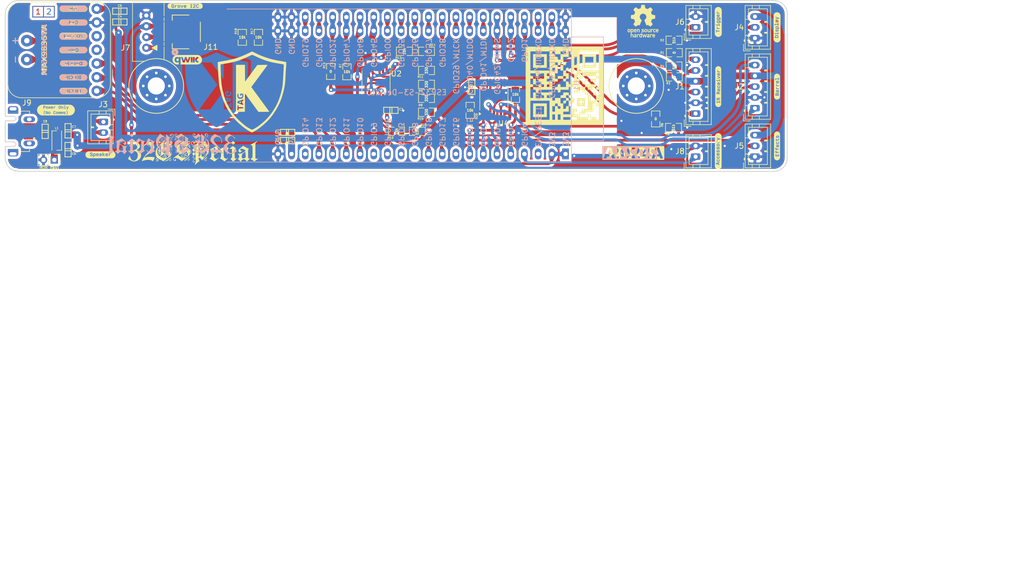
<source format=kicad_pcb>
(kicad_pcb
	(version 20241229)
	(generator "pcbnew")
	(generator_version "9.0")
	(general
		(thickness 1.6)
		(legacy_teardrops no)
	)
	(paper "USLetter")
	(title_block
		(title "KTag 2024A \"32ESPecial\"")
		(date "2025-01-25")
		(rev "2")
		(company "Club K")
		(comment 1 "Dubuque               Iowa               United States of America")
		(comment 2 "Copyright © 2024-2025 Joseph P. Kearney and the KTag developers. ")
		(comment 3 "License: CERN-OHL-S-2.0")
	)
	(layers
		(0 "F.Cu" signal)
		(2 "B.Cu" signal)
		(9 "F.Adhes" user "F.Adhesive")
		(11 "B.Adhes" user "B.Adhesive")
		(13 "F.Paste" user)
		(15 "B.Paste" user)
		(5 "F.SilkS" user "F.Silkscreen")
		(7 "B.SilkS" user "B.Silkscreen")
		(1 "F.Mask" user)
		(3 "B.Mask" user)
		(17 "Dwgs.User" user "User.Drawings")
		(19 "Cmts.User" user "User.Comments")
		(21 "Eco1.User" user "User.Eco1")
		(23 "Eco2.User" user "User.Eco2")
		(25 "Edge.Cuts" user)
		(27 "Margin" user)
		(31 "F.CrtYd" user "F.Courtyard")
		(29 "B.CrtYd" user "B.Courtyard")
		(35 "F.Fab" user)
		(33 "B.Fab" user)
	)
	(setup
		(stackup
			(layer "F.SilkS"
				(type "Top Silk Screen")
				(color "White")
			)
			(layer "F.Paste"
				(type "Top Solder Paste")
			)
			(layer "F.Mask"
				(type "Top Solder Mask")
				(color "#333333DD")
				(thickness 0.01)
			)
			(layer "F.Cu"
				(type "copper")
				(thickness 0.035)
			)
			(layer "dielectric 1"
				(type "core")
				(color "FR4 natural")
				(thickness 1.51)
				(material "FR4")
				(epsilon_r 4.5)
				(loss_tangent 0.02)
			)
			(layer "B.Cu"
				(type "copper")
				(thickness 0.035)
			)
			(layer "B.Mask"
				(type "Bottom Solder Mask")
				(color "#333333DD")
				(thickness 0.01)
			)
			(layer "B.Paste"
				(type "Bottom Solder Paste")
			)
			(layer "B.SilkS"
				(type "Bottom Silk Screen")
				(color "White")
			)
			(copper_finish "HAL SnPb")
			(dielectric_constraints no)
		)
		(pad_to_mask_clearance 0)
		(allow_soldermask_bridges_in_footprints no)
		(tenting front back)
		(pcbplotparams
			(layerselection 0x00000000_00000000_55555555_5755f5ff)
			(plot_on_all_layers_selection 0x00000000_00000000_00000000_00000000)
			(disableapertmacros no)
			(usegerberextensions no)
			(usegerberattributes yes)
			(usegerberadvancedattributes yes)
			(creategerberjobfile yes)
			(dashed_line_dash_ratio 12.000000)
			(dashed_line_gap_ratio 3.000000)
			(svgprecision 4)
			(plotframeref no)
			(mode 1)
			(useauxorigin no)
			(hpglpennumber 1)
			(hpglpenspeed 20)
			(hpglpendiameter 15.000000)
			(pdf_front_fp_property_popups yes)
			(pdf_back_fp_property_popups yes)
			(pdf_metadata yes)
			(pdf_single_document no)
			(dxfpolygonmode yes)
			(dxfimperialunits yes)
			(dxfusepcbnewfont yes)
			(psnegative no)
			(psa4output no)
			(plot_black_and_white yes)
			(plotinvisibletext no)
			(sketchpadsonfab no)
			(plotpadnumbers no)
			(hidednponfab no)
			(sketchdnponfab yes)
			(crossoutdnponfab yes)
			(subtractmaskfromsilk no)
			(outputformat 1)
			(mirror no)
			(drillshape 1)
			(scaleselection 1)
			(outputdirectory "")
		)
	)
	(net 0 "")
	(net 1 "unconnected-(U1-GPIO8{slash}ADC1_CH7-Pad12)")
	(net 2 "unconnected-(U1-CHIP_PU-Pad3)")
	(net 3 "Net-(J2-Pin_5)")
	(net 4 "unconnected-(U1-GPIO16{slash}ADC2_CH5{slash}32K_N-Pad9)")
	(net 5 "unconnected-(U1-GPIO9{slash}ADC1_CH8-Pad15)")
	(net 6 "unconnected-(U1-GPIO3{slash}ADC1_CH2-Pad13)")
	(net 7 "unconnected-(U1-GPIO46-Pad14)")
	(net 8 "unconnected-(U1-GPIO0-Pad31)")
	(net 9 "unconnected-(U1-GPIO14{slash}ADC2_CH3-Pad20)")
	(net 10 "GND")
	(net 11 "+5V")
	(net 12 "Net-(J1-Pin_1)")
	(net 13 "Net-(J1-Pin_3)")
	(net 14 "unconnected-(U1-GPIO19{slash}USB_D--Pad25)")
	(net 15 "unconnected-(U1-GPIO20{slash}USB_D+-Pad26)")
	(net 16 "Net-(J1-Pin_5)")
	(net 17 "unconnected-(U1-GPIO35-Pad32)")
	(net 18 "unconnected-(U1-GPIO36-Pad33)")
	(net 19 "unconnected-(U1-GPIO37-Pad34)")
	(net 20 "Net-(J1-Pin_6)")
	(net 21 "unconnected-(U1-GPIO39{slash}MTCK-Pad36)")
	(net 22 "unconnected-(U1-GPIO41{slash}MTDI-Pad38)")
	(net 23 "unconnected-(U1-GPIO44{slash}U0RXD-Pad42)")
	(net 24 "unconnected-(U1-GPIO43{slash}U0TXD-Pad43)")
	(net 25 "Net-(J2-Pin_1)")
	(net 26 "Net-(J2-Pin_3)")
	(net 27 "~{IR_Tx_Left_Enable}")
	(net 28 "/User Interface/Speaker+")
	(net 29 "Net-(J5-Pin_2)")
	(net 30 "/User Interface/Speaker-")
	(net 31 "Trigger")
	(net 32 "SCL")
	(net 33 "SDA")
	(net 34 "+3V3")
	(net 35 "Accessory")
	(net 36 "IR_Rx_Left")
	(net 37 "IR_Rx_Right")
	(net 38 "Net-(R5-Pad2)")
	(net 39 "IR_Rx_Forward")
	(net 40 "Net-(R11-Pad2)")
	(net 41 "Net-(R9-Pad2)")
	(net 42 "unconnected-(U1-GPIO40{slash}MTDO-Pad37)")
	(net 43 "Net-(R15-Pad2)")
	(net 44 "unconnected-(U3-SD{slash}MODE-Pad3)")
	(net 45 "I2S_Data")
	(net 46 "I2S_BCLK")
	(net 47 "I2S_LRCLK")
	(net 48 "unconnected-(U3-Gain-Pad4)")
	(net 49 "~{NeoPixel_Effects_Enable}")
	(net 50 "unconnected-(U1-GPIO44{slash}U0RXD-Pad42)_0")
	(net 51 "unconnected-(U1-GPIO36-Pad33)_0")
	(net 52 "NeoPixel_Out_GPIO48")
	(net 53 "unconnected-(U1-GPIO41{slash}MTDI-Pad38)_0")
	(net 54 "unconnected-(U1-GPIO0-Pad31)_0")
	(net 55 "unconnected-(U1-GPIO37-Pad34)_0")
	(net 56 "unconnected-(U1-GPIO39{slash}MTCK-Pad36)_0")
	(net 57 "unconnected-(U1-GPIO19{slash}USB_D--Pad25)_0")
	(net 58 "unconnected-(U1-GPIO43{slash}U0TXD-Pad43)_0")
	(net 59 "unconnected-(U1-GPIO35-Pad32)_0")
	(net 60 "unconnected-(U1-GPIO40{slash}MTDO-Pad37)_0")
	(net 61 "NeoPixel_Out")
	(net 62 "unconnected-(U1-GPIO20{slash}USB_D+-Pad26)_0")
	(net 63 "NeoPixel_Out_GPIO38")
	(net 64 "~{NeoPixel_Receiver_Enable}")
	(net 65 "~{NeoPixel_Display_Enable}")
	(net 66 "~{NeoPixel_Barrel_Enable}")
	(net 67 "Net-(J9-VBUS)")
	(net 68 "Net-(J4-Pin_2)")
	(net 69 "unconnected-(J9-D+-Pad3)")
	(net 70 "unconnected-(J9-D--Pad2)")
	(net 71 "unconnected-(J9-ID-Pad4)")
	(net 72 "~{IR_Tx_Right_Enable}")
	(net 73 "IR_Tx")
	(net 74 "unconnected-(U4-Pad11)")
	(net 75 "unconnected-(U4-Pad8)")
	(footprint "kibuzzard-655D2461" (layer "F.Cu") (at 207.2 83.4 90))
	(footprint "kibuzzard-655D24B2" (layer "F.Cu") (at 207.2 107.4 90))
	(footprint "KTag:Fiducial_Mark" (layer "F.Cu") (at 78 82.4))
	(footprint "KTag:R-0805" (layer "F.Cu") (at 198.9 103 180))
	(footprint "KTag:R-0805" (layer "F.Cu") (at 153.1 88.85))
	(footprint "KTag:R-0805" (layer "F.Cu") (at 169.6 96.85 -90))
	(footprint "Connector_JST:JST_PH_B5B-PH-K_1x05_P2.00mm_Vertical" (layer "F.Cu") (at 214 99.4 90))
	(footprint "Symbol:OSHW-Logo_5.7x6mm_SilkScreen" (layer "F.Cu") (at 193.25 83.25))
	(footprint "KTag:L-0805" (layer "F.Cu") (at 84.55 105.4 -90))
	(footprint "KTag:C_0603" (layer "F.Cu") (at 86.65 107.1 -90))
	(footprint "KTag:R-0805" (layer "F.Cu") (at 138.35 92.65 90))
	(footprint "KTag:R-0805" (layer "F.Cu") (at 153.1 100.15 180))
	(footprint "Connector_JST:JST_PH_B2B-PH-K_1x02_P2.00mm_Vertical" (layer "F.Cu") (at 93.2 101.95 -90))
	(footprint "KTag:R-0805" (layer "F.Cu") (at 199.05 89.1 180))
	(footprint "KTag:Grove_1x04" (layer "F.Cu") (at 101.15 88.2 180))
	(footprint "KTag:C_0603" (layer "F.Cu") (at 86.65 103.6 90))
	(footprint "Connector_JST:JST_PH_B2B-PH-K_1x02_P2.00mm_Vertical" (layer "F.Cu") (at 203 108.4 90))
	(footprint "KTag:C_0603" (layer "F.Cu") (at 161.5 95.5 -90))
	(footprint "KTag:KTag_Website_QR_Code" (layer "F.Cu") (at 178.75 95.25))
	(footprint "KTag:C_0603" (layer "F.Cu") (at 146.5 99.8))
	(footprint "kibuzzard-655D24DE"
		(layer "F.Cu")
		(uuid "60af5394-483a-4e9a-a58e-c1937c4e6158")
		(at 207.2 95.4 90)
		(descr "Generated with KiBuzzard")
		(tags "kb_params=eyJBbGlnbm1lbnRDaG9pY2UiOiAiQ2VudGVyIiwgIkNhcExlZnRDaG9pY2UiOiAiKCIsICJDYXBSaWdodENob2ljZSI6ICIpIiwgIkZvbnRDb21ib0JveCI6ICJCZXJrZWxleU1vbm8tQm9sZCIsICJIZWlnaHRDdHJsIjogIjAuNiIsICJMYXllckNvbWJvQm94IjogIkYuU2lsa1MiLCAiTXVsdGlMaW5lVGV4dCI6ICJJUiBSZWNlaXZlciIsICJQYWRkaW5nQm90dG9tQ3RybCI6ICI1IiwgIlBhZGRpbmdMZWZ0Q3RybCI6ICI1IiwgIlBhZGRpbmdSaWdodEN0cmwiOiAiNSIsICJQYWRkaW5nVG9wQ3RybCI6ICI1IiwgIldpZHRoQ3RybCI6ICIifQ==")
		(property "Reference" "kibuzzard-655D24DE"
			(at 0 -3.597434 90)
			(layer "F.SilkS")
			(hide yes)
			(uuid "44e3174c-96b5-415c-a329-bfee98568cf2")
			(effects
				(font
					(size 0.0254 0.0254)
					(thickness 0.15)
				)
			)
		)
		(property "Value" "G***"
			(at 0 3.597434 90)
			(layer "F.SilkS")
			(hide yes)
			(uuid "2bae7d9e-81a8-481c-826c-5618c865b27d")
			(effects
				(font
					(size 0.0254 0.0254)
					(thickness 0.15)
				)
			)
		)
		(property "Datasheet" ""
			(at 0 0 90)
			(unlocked yes)
			(layer "F.Fab")
			(hide yes)
			(uuid "42327cf7-09c2-44b3-ba4d-4e81da8cced6")
			(effects
				(font
					(size 1.27 1.27)
					(thickness 0.15)
				)
			)
		)
		(property "Description" ""
			(at 0 0 90)
			(unlocked yes)
			(layer "F.Fab")
			(hide yes)
			(uuid "03397102-dbc0-44a7-8b70-0d1f0f747be9")
			(effects
				(font
					(size 1.27 1.27)
					(thickness 0.15)
				)
			)
		)
		(attr board_only exclude_from_pos_files exclude_from_bom)
		(fp_poly
			(pts
				(xy 2.389346 0.034766) (xy 2.375535 -0.028575) (xy 2.341721 -0.060008) (xy 2.276951 -0.069056) (xy 2.215039 -0.060008)
				(xy 2.181701 -0.028575) (xy 2.165509 0.034766) (xy 2.389346 0.034766)
			)
			(stroke
				(width 0)
				(type solid)
			)
			(fill yes)
			(layer "F.SilkS")
			(uuid "6c10d77f-748d-4398-859b-4eec00dd47d5")
		)
		(fp_poly
			(pts
				(xy 0.674846 0.034766) (xy 0.661035 -0.028575) (xy 0.627221 -0.060008) (xy 0.562451 -0.069056) (xy 0.500539 -0.060008)
				(xy 0.467201 -0.028575) (xy 0.451009 0.034766) (xy 0.674846 0.034766)
			)
			(stroke
				(width 0)
				(type solid)
			)
			(fill yes)
			(layer "F.SilkS")
			(uuid "f2ed7050-737f-45e9-a3af-e4772e44bff6")
		)
		(fp_poly
			(pts
				(xy -0.468154 0.034766) (xy -0.481965 -0.028575) (xy -0.515779 -0.060008) (xy -0.580549 -0.069056)
				(xy -0.642461 -0.060008) (xy -0.675799 -0.028575) (xy -0.691991 0.034766) (xy -0.468154 0.034766)
			)
			(stroke
				(width 0)
				(type solid)
			)
			(fill yes)
			(layer "F.SilkS")
			(uuid "10626418-54ab-46f2-a304-adbf651ad227")
		)
		(fp_poly
			(pts
				(xy -1.128236 -0.028099) (xy -1.069658 -0.048578) (xy -1.053941 -0.122396) (xy -1.070134 -0.180975)
				(xy -1.130141 -0.200501) (xy -1.176337 -0.202644) (xy -1.210151 -0.203359) (xy -1.251109 -0.202406)
				(xy -1.251109 -0.028099) (xy -1.128236 -0.028099)
			)
			(stroke
				(width 0)
				(type solid)
			)
			(fill yes)
			(layer "F.SilkS")
			(uuid "4b78baa8-cbd6-4ca3-9674-682ba5147da2")
		)
		(fp_poly
			(pts
				(xy -2.271236 -0.028099) (xy -2.212657 -0.048578) (xy -2.196941 -0.122396) (xy -2.213134 -0.180975)
				(xy -2.273141 -0.200501) (xy -2.319338 -0.202644) (xy -2.353151 -0.203359) (xy -2.394109 -0.202406)
				(xy -2.394109 -0.028099) (xy -2.271236 -0.028099)
			)
			(stroke
				(width 0)
				(type solid)
			)
			(fill yes)
			(layer "F.SilkS")
			(uuid "3c6e4104-f23e-4db9-b9b7-41756fcb26de")
		)
		(fp_poly
			(pts
				(xy -3.046571 -0.549434) (xy -3.245009 -0.549434) (xy -3.298863 -0.546788) (xy -3.352198 -0.538877)
				(xy -3.404501 -0.525775) (xy -3.455268 -0.507611) (xy -3.50401 -0.484557) (xy -3.550258 -0.456837)
				(xy -3.593566 -0.424718) (xy -3.633517 -0.388508) (xy -3.669727 -0.348557) (xy -3.701846 -0.305249)
				(xy -3.729566 -0.259001) (xy -3.752619 -0.210259) (xy -3.770784 -0.159492) (xy -3.783885 -0.107189)
				(xy -3.791797 -0.053854) (xy -3.794443 0) (xy -3.791797 0.053854) (xy -3.783885 0.107189) (xy -3.770784 0.159492)
				(xy -3.752619 0.210259) (xy -3.729566 0.259001) (xy -3.701846 0.305249) (xy -3.669727 0.348557)
				(xy -3.633517 0.388508) (xy -3.593566 0.424718) (xy -3.550258 0.456837) (xy -3.50401 0.484557) (xy -3.455268 0.507611)
				(xy -3.404501 0.525775) (xy -3.352198 0.538877) (xy -3.298863 0.546788) (xy -3.245009 0.549434)
				(xy -3.046571 0.549434) (xy -2.689384 0.549434) (xy -2.689384 0.342424) (xy -3.046571 0.342424)
				(xy -3.046571 0.236696) (xy -2.927509 0.236696) (xy -2.927509 -0.199549) (xy -3.039904 -0.199549)
				(xy -3.039904 -0.305276) (xy -2.696051 -0.305276) (xy -2.696051 -0.199549) (xy -2.808446 -0.199549)
				(xy -2.808446 0.236696) (xy -2.689384 0.236696) (xy -2.689384 0.342424) (xy -2.689384 0.549434)
				(xy -2.039779 0.549434) (xy -2.039779 0.342424) (xy -2.170271 0.342424) (xy -2.215039 0.149066)
				(xy -2.249329 0.092392) (xy -2.282666 0.08132) (xy -2.333149 0.077629) (xy -2.394109 0.077629) (xy -2.394109 0.342424)
				(xy -2.515076 0.342424) (xy -2.515076 -0.304324) (xy -2.401729 -0.308134) (xy -2.345531 -0.309086)
				(xy -2.28092 -0.307075) (xy -2.226786 -0.301043) (xy -2.18313 -0.290989) (xy -2.133838 -0.267176)
				(xy -2.101215 -0.231934) (xy -2.082998 -0.18288) (xy -2.076926 -0.117634) (xy -2.086927 -0.040958)
				(xy -2.120741 0.001905) (xy -2.188369 0.023336) (xy -2.188369 0.031909) (xy -2.128838 0.061436)
				(xy -2.110383 0.092631) (xy -2.094071 0.140494) (xy -2.039779 0.342424) (xy -2.039779 0.549434)
				(xy -0.896779 0.549434) (xy -0.896779 0.342424) (xy -1.027271 0.342424) (xy -1.072039 0.149066)
				(xy -1.106329 0.092392) (xy -1.139666 0.08132) (xy -1.190149 0.077629) (xy -1.251109 0.077629) (xy -1.251109 0.342424)
				(xy -1.372076 0.342424) (xy -1.372076 -0.304324) (xy -1.258729 -0.308134) (xy -1.202531 -0.309086)
				(xy -1.13792 -0.307075) (xy -1.083786 -0.301043) (xy -1.04013 -0.290989) (xy -0.990838 -0.267176)
				(xy -0.958215 -0.231934) (xy -0.939998 -0.18288) (xy -0.933926 -0.117634) (xy -0.943927 -0.040958)
				(xy -0.977741 0.001905) (xy -1.045369 0.023336) (xy -1.045369 0.031909) (xy -0.985837 0.061436)
				(xy -0.967383 0.092631) (xy -0.95
... [1554037 chars truncated]
</source>
